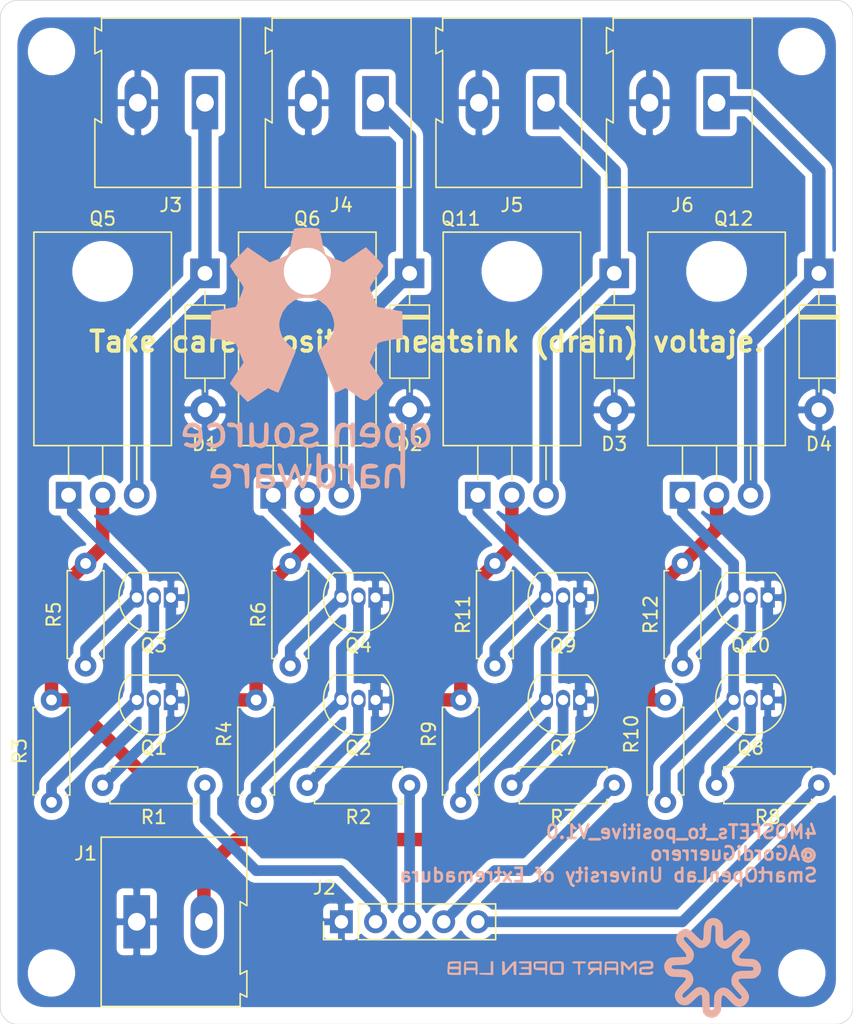
<source format=kicad_pcb>
(kicad_pcb (version 20171130) (host pcbnew 5.1.12-84ad8e8a86~92~ubuntu20.04.1)
  (title_block (title 4MOSFETs_to_positive) (date 2021-12-06) (rev V1.0) (company "SmartOpenLab / University of Extremadura") (comment 1 "Author: @AGordiGuerrero"))
  (layers (0 F.Cu signal) (31 B.Cu signal hide) (34 B.Paste user) (35 F.Paste user) (36 B.SilkS user) (37 F.SilkS user) (38 B.Mask user) (39 F.Mask user) (44 Edge.Cuts user))
  (net 0 "")
  (net 1 GND)
  (net 2 "Net-(D1-Pad1)")
  (net 3 "Net-(D2-Pad1)")
  (net 4 "Net-(D3-Pad1)")
  (net 5 "Net-(D4-Pad1)")
  (net 6 +12V)
  (net 7 IN1)
  (net 8 IN2)
  (net 9 IN3)
  (net 10 IN4)
  (net 11 "Net-(Q1-Pad2)")
  (net 12 "Net-(Q1-Pad3)")
  (net 13 "Net-(Q2-Pad2)")
  (net 14 "Net-(Q2-Pad3)")
  (net 15 "Net-(Q3-Pad3)")
  (net 16 "Net-(Q4-Pad3)")
  (net 17 "Net-(Q7-Pad3)")
  (net 18 "Net-(Q7-Pad2)")
  (net 19 "Net-(Q8-Pad2)")
  (net 20 "Net-(Q10-Pad2)")
  (net 21 "Net-(Q11-Pad1)")
  (net 22 "Net-(Q10-Pad3)")
  (module AGG:openHWlogo_1 (layer B.Cu) (at 105.41 71.12 180)
    (fp_text reference G*** hide)
    (fp_text value LOGO hide)
  )
  (module AGG:logo_SOL_rectangular_150x50 (layer B.Cu) (at 127.52 116.44 180)
    (fp_text reference G*** hide)
    (fp_text value LOGO hide)
  )
  (module TerminalBlock:TerminalBlock_Altech_AK300-2_P5.00mm (layer F.Cu) (at 135.89 52.07 180)
    (fp_text reference J6 (at 2.54 -7.62) (layer F.SilkS))
    (fp_text value Conn_01x02)
    (pad 2 thru_hole oval (at 5 0 180) (size 1.98 3.96) (drill 1.32) (layers *.Cu *.Mask) (net 1 GND))
    (pad 1 thru_hole rect (at 0 0 180) (size 1.98 3.96) (drill 1.32) (layers *.Cu *.Mask) (net 5 "Net-(D4-Pad1)"))
  )
  (module MountingHole:MountingHole_2.5mm (layer F.Cu) (at 142.24 48.26)
    (fp_text reference H3 hide)
    (fp_text value MountingHole)
    (pad 1 np_thru_hole circle (at 0 0) (size 2.5 2.5) (drill 2.5) (layers *.Cu *.Mask))
  )
  (module MountingHole:MountingHole_2.5mm (layer F.Cu) (at 86.36 48.26)
    (fp_text reference H4 hide)
    (fp_text value MountingHole)
    (pad 1 np_thru_hole circle (at 0 0) (size 2.5 2.5) (drill 2.5) (layers *.Cu *.Mask))
  )
  (module MountingHole:MountingHole_2.5mm (layer F.Cu) (at 142.24 116.84)
    (fp_text reference H2 hide)
    (fp_text value MountingHole)
    (pad 1 np_thru_hole circle (at 0 0) (size 2.5 2.5) (drill 2.5) (layers *.Cu *.Mask))
  )
  (module MountingHole:MountingHole_2.5mm (layer F.Cu) (at 86.36 116.84)
    (fp_text reference H1 hide)
    (fp_text value MountingHole)
    (pad 1 np_thru_hole circle (at 0 0) (size 2.5 2.5) (drill 2.5) (layers *.Cu *.Mask))
  )
  (module Package_TO_SOT_THT:TO-220-3_Horizontal_TabDown (layer F.Cu) (at 87.63 81.28)
    (fp_text reference Q5 (at 2.54 -20.58) (layer F.SilkS))
    (fp_text value BUZ11)
    (pad 3 thru_hole oval (at 5.08 0) (size 1.905 2) (drill 1.1) (layers *.Cu *.Mask) (net 2 "Net-(D1-Pad1)"))
    (pad 2 thru_hole oval (at 2.54 0) (size 1.905 2) (drill 1.1) (layers *.Cu *.Mask) (net 6 +12V))
    (pad 1 thru_hole rect (at 0 0) (size 1.905 2) (drill 1.1) (layers *.Cu *.Mask) (net 15 "Net-(Q3-Pad3)"))
    (pad "" np_thru_hole oval (at 2.54 -16.66) (size 3.5 3.5) (drill 3.5) (layers *.Cu *.Mask))
  )
  (module Diode_THT:D_DO-41_SOD81_P10.16mm_Horizontal (layer F.Cu) (at 97.79 64.77 270)
    (fp_text reference D1 (at 12.7 0 180) (layer F.SilkS))
    (fp_text value 1N4007)
    (pad 2 thru_hole oval (at 10.16 0 270) (size 2.2 2.2) (drill 1.1) (layers *.Cu *.Mask) (net 1 GND))
    (pad 1 thru_hole rect (at 0 0 270) (size 2.2 2.2) (drill 1.1) (layers *.Cu *.Mask) (net 2 "Net-(D1-Pad1)"))
  )
  (module Diode_THT:D_DO-41_SOD81_P10.16mm_Horizontal (layer F.Cu) (at 113.03 64.77 270)
    (fp_text reference D2 (at 12.7 0 180) (layer F.SilkS))
    (fp_text value 1N4007)
    (pad 2 thru_hole oval (at 10.16 0 270) (size 2.2 2.2) (drill 1.1) (layers *.Cu *.Mask) (net 1 GND))
    (pad 1 thru_hole rect (at 0 0 270) (size 2.2 2.2) (drill 1.1) (layers *.Cu *.Mask) (net 3 "Net-(D2-Pad1)"))
  )
  (module Diode_THT:D_DO-41_SOD81_P10.16mm_Horizontal (layer F.Cu) (at 128.27 64.77 270)
    (fp_text reference D3 (at 12.7 0 180) (layer F.SilkS))
    (fp_text value 1N4007)
    (pad 1 thru_hole rect (at 0 0 270) (size 2.2 2.2) (drill 1.1) (layers *.Cu *.Mask) (net 4 "Net-(D3-Pad1)"))
    (pad 2 thru_hole oval (at 10.16 0 270) (size 2.2 2.2) (drill 1.1) (layers *.Cu *.Mask) (net 1 GND))
  )
  (module Diode_THT:D_DO-41_SOD81_P10.16mm_Horizontal (layer F.Cu) (at 143.51 64.77 270)
    (fp_text reference D4 (at 12.7 0) (layer F.SilkS))
    (fp_text value 1N4007)
    (pad 1 thru_hole rect (at 0 0 270) (size 2.2 2.2) (drill 1.1) (layers *.Cu *.Mask) (net 5 "Net-(D4-Pad1)"))
    (pad 2 thru_hole oval (at 10.16 0 270) (size 2.2 2.2) (drill 1.1) (layers *.Cu *.Mask) (net 1 GND))
  )
  (module TerminalBlock:TerminalBlock_Altech_AK300-2_P5.00mm (layer F.Cu) (at 92.71 113.03)
    (fp_text reference J1 (at -3.81 -5.08) (layer F.SilkS))
    (fp_text value Conn_01x02)
    (pad 1 thru_hole rect (at 0 0) (size 1.98 3.96) (drill 1.32) (layers *.Cu *.Mask) (net 1 GND))
    (pad 2 thru_hole oval (at 5 0) (size 1.98 3.96) (drill 1.32) (layers *.Cu *.Mask) (net 6 +12V))
  )
  (module Connector_PinHeader_2.54mm:PinHeader_1x05_P2.54mm_Vertical (layer F.Cu) (at 107.95 113.03 90)
    (fp_text reference J2 (at 2.54 -1.27 180) (layer F.SilkS))
    (fp_text value Conn_01x05)
    (pad 1 thru_hole rect (at 0 0 90) (size 1.7 1.7) (drill 1) (layers *.Cu *.Mask) (net 1 GND))
    (pad 2 thru_hole oval (at 0 2.54 90) (size 1.7 1.7) (drill 1) (layers *.Cu *.Mask) (net 7 IN1))
    (pad 3 thru_hole oval (at 0 5.08 90) (size 1.7 1.7) (drill 1) (layers *.Cu *.Mask) (net 8 IN2))
    (pad 4 thru_hole oval (at 0 7.62 90) (size 1.7 1.7) (drill 1) (layers *.Cu *.Mask) (net 9 IN3))
    (pad 5 thru_hole oval (at 0 10.16 90) (size 1.7 1.7) (drill 1) (layers *.Cu *.Mask) (net 10 IN4))
  )
  (module TerminalBlock:TerminalBlock_Altech_AK300-2_P5.00mm (layer F.Cu) (at 97.79 52.07 180)
    (fp_text reference J3 (at 2.54 -7.62) (layer F.SilkS))
    (fp_text value Conn_01x02)
    (pad 2 thru_hole oval (at 5 0 180) (size 1.98 3.96) (drill 1.32) (layers *.Cu *.Mask) (net 1 GND))
    (pad 1 thru_hole rect (at 0 0 180) (size 1.98 3.96) (drill 1.32) (layers *.Cu *.Mask) (net 2 "Net-(D1-Pad1)"))
  )
  (module TerminalBlock:TerminalBlock_Altech_AK300-2_P5.00mm (layer F.Cu) (at 110.49 52.07 180)
    (fp_text reference J4 (at 2.54 -7.62) (layer F.SilkS))
    (fp_text value Conn_01x02)
    (pad 1 thru_hole rect (at 0 0 180) (size 1.98 3.96) (drill 1.32) (layers *.Cu *.Mask) (net 3 "Net-(D2-Pad1)"))
    (pad 2 thru_hole oval (at 5 0 180) (size 1.98 3.96) (drill 1.32) (layers *.Cu *.Mask) (net 1 GND))
  )
  (module TerminalBlock:TerminalBlock_Altech_AK300-2_P5.00mm (layer F.Cu) (at 123.19 52.07 180)
    (fp_text reference J5 (at 2.54 -7.62) (layer F.SilkS))
    (fp_text value Conn_01x02)
    (pad 1 thru_hole rect (at 0 0 180) (size 1.98 3.96) (drill 1.32) (layers *.Cu *.Mask) (net 4 "Net-(D3-Pad1)"))
    (pad 2 thru_hole oval (at 5 0 180) (size 1.98 3.96) (drill 1.32) (layers *.Cu *.Mask) (net 1 GND))
  )
  (module Package_TO_SOT_THT:TO-92_Inline (layer F.Cu) (at 95.25 96.52 180)
    (fp_text reference Q1 (at 1.27 -3.56) (layer F.SilkS))
    (fp_text value 2N3904)
    (pad 2 thru_hole oval (at 1.27 0 180) (size 1.05 1.5) (drill 0.75) (layers *.Cu *.Mask) (net 11 "Net-(Q1-Pad2)"))
    (pad 3 thru_hole oval (at 2.54 0 180) (size 1.05 1.5) (drill 0.75) (layers *.Cu *.Mask) (net 12 "Net-(Q1-Pad3)"))
    (pad 1 thru_hole rect (at 0 0 180) (size 1.05 1.5) (drill 0.75) (layers *.Cu *.Mask) (net 1 GND))
  )
  (module Package_TO_SOT_THT:TO-92_Inline (layer F.Cu) (at 110.49 96.52 180)
    (fp_text reference Q2 (at 1.27 -3.56) (layer F.SilkS))
    (fp_text value 2N3904)
    (pad 2 thru_hole oval (at 1.27 0 180) (size 1.05 1.5) (drill 0.75) (layers *.Cu *.Mask) (net 13 "Net-(Q2-Pad2)"))
    (pad 3 thru_hole oval (at 2.54 0 180) (size 1.05 1.5) (drill 0.75) (layers *.Cu *.Mask) (net 14 "Net-(Q2-Pad3)"))
    (pad 1 thru_hole rect (at 0 0 180) (size 1.05 1.5) (drill 0.75) (layers *.Cu *.Mask) (net 1 GND))
  )
  (module Package_TO_SOT_THT:TO-92_Inline (layer F.Cu) (at 95.25 88.9 180)
    (fp_text reference Q3 (at 1.27 -3.56) (layer F.SilkS))
    (fp_text value 2N3904)
    (pad 1 thru_hole rect (at 0 0 180) (size 1.05 1.5) (drill 0.75) (layers *.Cu *.Mask) (net 1 GND))
    (pad 3 thru_hole oval (at 2.54 0 180) (size 1.05 1.5) (drill 0.75) (layers *.Cu *.Mask) (net 15 "Net-(Q3-Pad3)"))
    (pad 2 thru_hole oval (at 1.27 0 180) (size 1.05 1.5) (drill 0.75) (layers *.Cu *.Mask) (net 12 "Net-(Q1-Pad3)"))
  )
  (module Package_TO_SOT_THT:TO-92_Inline (layer F.Cu) (at 110.49 88.9 180)
    (fp_text reference Q4 (at 1.27 -3.56) (layer F.SilkS))
    (fp_text value 2N3904)
    (pad 1 thru_hole rect (at 0 0 180) (size 1.05 1.5) (drill 0.75) (layers *.Cu *.Mask) (net 1 GND))
    (pad 3 thru_hole oval (at 2.54 0 180) (size 1.05 1.5) (drill 0.75) (layers *.Cu *.Mask) (net 16 "Net-(Q4-Pad3)"))
    (pad 2 thru_hole oval (at 1.27 0 180) (size 1.05 1.5) (drill 0.75) (layers *.Cu *.Mask) (net 14 "Net-(Q2-Pad3)"))
  )
  (module Package_TO_SOT_THT:TO-220-3_Horizontal_TabDown (layer F.Cu) (at 102.87 81.28)
    (fp_text reference Q6 (at 2.54 -20.58) (layer F.SilkS))
    (fp_text value BUZ11)
    (pad "" np_thru_hole oval (at 2.54 -16.66) (size 3.5 3.5) (drill 3.5) (layers *.Cu *.Mask))
    (pad 1 thru_hole rect (at 0 0) (size 1.905 2) (drill 1.1) (layers *.Cu *.Mask) (net 16 "Net-(Q4-Pad3)"))
    (pad 2 thru_hole oval (at 2.54 0) (size 1.905 2) (drill 1.1) (layers *.Cu *.Mask) (net 6 +12V))
    (pad 3 thru_hole oval (at 5.08 0) (size 1.905 2) (drill 1.1) (layers *.Cu *.Mask) (net 3 "Net-(D2-Pad1)"))
  )
  (module Package_TO_SOT_THT:TO-92_Inline (layer F.Cu) (at 125.73 96.52 180)
    (fp_text reference Q7 (at 1.27 -3.56) (layer F.SilkS))
    (fp_text value 2N3904)
    (pad 1 thru_hole rect (at 0 0 180) (size 1.05 1.5) (drill 0.75) (layers *.Cu *.Mask) (net 1 GND))
    (pad 3 thru_hole oval (at 2.54 0 180) (size 1.05 1.5) (drill 0.75) (layers *.Cu *.Mask) (net 17 "Net-(Q7-Pad3)"))
    (pad 2 thru_hole oval (at 1.27 0 180) (size 1.05 1.5) (drill 0.75) (layers *.Cu *.Mask) (net 18 "Net-(Q7-Pad2)"))
  )
  (module Package_TO_SOT_THT:TO-92_Inline (layer F.Cu) (at 139.7 96.52 180)
    (fp_text reference Q8 (at 1.27 -3.56) (layer F.SilkS))
    (fp_text value 2N3904)
    (pad 2 thru_hole oval (at 1.27 0 180) (size 1.05 1.5) (drill 0.75) (layers *.Cu *.Mask) (net 19 "Net-(Q8-Pad2)"))
    (pad 3 thru_hole oval (at 2.54 0 180) (size 1.05 1.5) (drill 0.75) (layers *.Cu *.Mask) (net 20 "Net-(Q10-Pad2)"))
    (pad 1 thru_hole rect (at 0 0 180) (size 1.05 1.5) (drill 0.75) (layers *.Cu *.Mask) (net 1 GND))
  )
  (module Package_TO_SOT_THT:TO-92_Inline (layer F.Cu) (at 125.73 88.9 180)
    (fp_text reference Q9 (at 1.27 -3.56) (layer F.SilkS))
    (fp_text value 2N3904)
    (pad 1 thru_hole rect (at 0 0 180) (size 1.05 1.5) (drill 0.75) (layers *.Cu *.Mask) (net 1 GND))
    (pad 3 thru_hole oval (at 2.54 0 180) (size 1.05 1.5) (drill 0.75) (layers *.Cu *.Mask) (net 21 "Net-(Q11-Pad1)"))
    (pad 2 thru_hole oval (at 1.27 0 180) (size 1.05 1.5) (drill 0.75) (layers *.Cu *.Mask) (net 17 "Net-(Q7-Pad3)"))
  )
  (module Package_TO_SOT_THT:TO-92_Inline (layer F.Cu) (at 139.7 88.9 180)
    (fp_text reference Q10 (at 1.27 -3.56) (layer F.SilkS))
    (fp_text value 2N3904)
    (pad 2 thru_hole oval (at 1.27 0 180) (size 1.05 1.5) (drill 0.75) (layers *.Cu *.Mask) (net 20 "Net-(Q10-Pad2)"))
    (pad 3 thru_hole oval (at 2.54 0 180) (size 1.05 1.5) (drill 0.75) (layers *.Cu *.Mask) (net 22 "Net-(Q10-Pad3)"))
    (pad 1 thru_hole rect (at 0 0 180) (size 1.05 1.5) (drill 0.75) (layers *.Cu *.Mask) (net 1 GND))
  )
  (module Package_TO_SOT_THT:TO-220-3_Horizontal_TabDown (layer F.Cu) (at 118.11 81.28)
    (fp_text reference Q11 (at -1.27 -20.58) (layer F.SilkS))
    (fp_text value BUZ11)
    (pad "" np_thru_hole oval (at 2.54 -16.66) (size 3.5 3.5) (drill 3.5) (layers *.Cu *.Mask))
    (pad 1 thru_hole rect (at 0 0) (size 1.905 2) (drill 1.1) (layers *.Cu *.Mask) (net 21 "Net-(Q11-Pad1)"))
    (pad 2 thru_hole oval (at 2.54 0) (size 1.905 2) (drill 1.1) (layers *.Cu *.Mask) (net 6 +12V))
    (pad 3 thru_hole oval (at 5.08 0) (size 1.905 2) (drill 1.1) (layers *.Cu *.Mask) (net 4 "Net-(D3-Pad1)"))
  )
  (module Package_TO_SOT_THT:TO-220-3_Horizontal_TabDown (layer F.Cu) (at 133.35 81.28)
    (fp_text reference Q12 (at 3.81 -20.58) (layer F.SilkS))
    (fp_text value BUZ11)
    (pad 3 thru_hole oval (at 5.08 0) (size 1.905 2) (drill 1.1) (layers *.Cu *.Mask) (net 5 "Net-(D4-Pad1)"))
    (pad 2 thru_hole oval (at 2.54 0) (size 1.905 2) (drill 1.1) (layers *.Cu *.Mask) (net 6 +12V))
    (pad 1 thru_hole rect (at 0 0) (size 1.905 2) (drill 1.1) (layers *.Cu *.Mask) (net 22 "Net-(Q10-Pad3)"))
    (pad "" np_thru_hole oval (at 2.54 -16.66) (size 3.5 3.5) (drill 3.5) (layers *.Cu *.Mask))
  )
  (module Resistor_THT:R_Axial_DIN0207_L6.3mm_D2.5mm_P7.62mm_Horizontal (layer F.Cu) (at 97.79 102.87 180)
    (fp_text reference R1 (at 3.81 -2.37) (layer F.SilkS))
    (fp_text value 10k)
    (pad 1 thru_hole circle (at 0 0 180) (size 1.6 1.6) (drill 0.8) (layers *.Cu *.Mask) (net 7 IN1))
    (pad 2 thru_hole oval (at 7.62 0 180) (size 1.6 1.6) (drill 0.8) (layers *.Cu *.Mask) (net 11 "Net-(Q1-Pad2)"))
  )
  (module Resistor_THT:R_Axial_DIN0207_L6.3mm_D2.5mm_P7.62mm_Horizontal (layer F.Cu) (at 113.03 102.87 180)
    (fp_text reference R2 (at 3.81 -2.37) (layer F.SilkS))
    (fp_text value 10k)
    (pad 2 thru_hole oval (at 7.62 0 180) (size 1.6 1.6) (drill 0.8) (layers *.Cu *.Mask) (net 13 "Net-(Q2-Pad2)"))
    (pad 1 thru_hole circle (at 0 0 180) (size 1.6 1.6) (drill 0.8) (layers *.Cu *.Mask) (net 8 IN2))
  )
  (module Resistor_THT:R_Axial_DIN0207_L6.3mm_D2.5mm_P7.62mm_Horizontal (layer F.Cu) (at 86.36 104.14 90)
    (fp_text reference R3 (at 3.81 -2.37 90) (layer F.SilkS))
    (fp_text value 1k)
    (pad 2 thru_hole oval (at 7.62 0 90) (size 1.6 1.6) (drill 0.8) (layers *.Cu *.Mask) (net 6 +12V))
    (pad 1 thru_hole circle (at 0 0 90) (size 1.6 1.6) (drill 0.8) (layers *.Cu *.Mask) (net 12 "Net-(Q1-Pad3)"))
  )
  (module Resistor_THT:R_Axial_DIN0207_L6.3mm_D2.5mm_P7.62mm_Horizontal (layer F.Cu) (at 101.6 104.14 90)
    (fp_text reference R4 (at 5.08 -2.37 90) (layer F.SilkS))
    (fp_text value 1k)
    (pad 1 thru_hole circle (at 0 0 90) (size 1.6 1.6) (drill 0.8) (layers *.Cu *.Mask) (net 14 "Net-(Q2-Pad3)"))
    (pad 2 thru_hole oval (at 7.62 0 90) (size 1.6 1.6) (drill 0.8) (layers *.Cu *.Mask) (net 6 +12V))
  )
  (module Resistor_THT:R_Axial_DIN0207_L6.3mm_D2.5mm_P7.62mm_Horizontal (layer F.Cu) (at 88.9 93.98 90)
    (fp_text reference R5 (at 3.81 -2.37 90) (layer F.SilkS))
    (fp_text value 1k)
    (pad 1 thru_hole circle (at 0 0 90) (size 1.6 1.6) (drill 0.8) (layers *.Cu *.Mask) (net 15 "Net-(Q3-Pad3)"))
    (pad 2 thru_hole oval (at 7.62 0 90) (size 1.6 1.6) (drill 0.8) (layers *.Cu *.Mask) (net 6 +12V))
  )
  (module Resistor_THT:R_Axial_DIN0207_L6.3mm_D2.5mm_P7.62mm_Horizontal (layer F.Cu) (at 104.14 93.98 90)
    (fp_text reference R6 (at 3.81 -2.37 90) (layer F.SilkS))
    (fp_text value 1k)
    (pad 2 thru_hole oval (at 7.62 0 90) (size 1.6 1.6) (drill 0.8) (layers *.Cu *.Mask) (net 6 +12V))
    (pad 1 thru_hole circle (at 0 0 90) (size 1.6 1.6) (drill 0.8) (layers *.Cu *.Mask) (net 16 "Net-(Q4-Pad3)"))
  )
  (module Resistor_THT:R_Axial_DIN0207_L6.3mm_D2.5mm_P7.62mm_Horizontal (layer F.Cu) (at 128.27 102.87 180)
    (fp_text reference R7 (at 3.81 -2.37) (layer F.SilkS))
    (fp_text value 10k)
    (pad 1 thru_hole circle (at 0 0 180) (size 1.6 1.6) (drill 0.8) (layers *.Cu *.Mask) (net 9 IN3))
    (pad 2 thru_hole oval (at 7.62 0 180) (size 1.6 1.6) (drill 0.8) (layers *.Cu *.Mask) (net 18 "Net-(Q7-Pad2)"))
  )
  (module Resistor_THT:R_Axial_DIN0207_L6.3mm_D2.5mm_P7.62mm_Horizontal (layer F.Cu) (at 143.51 102.87 180)
    (fp_text reference R8 (at 3.81 -2.37) (layer F.SilkS))
    (fp_text value 10k)
    (pad 2 thru_hole oval (at 7.62 0 180) (size 1.6 1.6) (drill 0.8) (layers *.Cu *.Mask) (net 19 "Net-(Q8-Pad2)"))
    (pad 1 thru_hole circle (at 0 0 180) (size 1.6 1.6) (drill 0.8) (layers *.Cu *.Mask) (net 10 IN4))
  )
  (module Resistor_THT:R_Axial_DIN0207_L6.3mm_D2.5mm_P7.62mm_Horizontal (layer F.Cu) (at 116.84 104.14 90)
    (fp_text reference R9 (at 5.08 -2.37 90) (layer F.SilkS))
    (fp_text value 1k)
    (pad 1 thru_hole circle (at 0 0 90) (size 1.6 1.6) (drill 0.8) (layers *.Cu *.Mask) (net 17 "Net-(Q7-Pad3)"))
    (pad 2 thru_hole oval (at 7.62 0 90) (size 1.6 1.6) (drill 0.8) (layers *.Cu *.Mask) (net 6 +12V))
  )
  (module Resistor_THT:R_Axial_DIN0207_L6.3mm_D2.5mm_P7.62mm_Horizontal (layer F.Cu) (at 132.08 104.14 90)
    (fp_text reference R10 (at 5.08 -2.54 90) (layer F.SilkS))
    (fp_text value 1k)
    (pad 1 thru_hole circle (at 0 0 90) (size 1.6 1.6) (drill 0.8) (layers *.Cu *.Mask) (net 20 "Net-(Q10-Pad2)"))
    (pad 2 thru_hole oval (at 7.62 0 90) (size 1.6 1.6) (drill 0.8) (layers *.Cu *.Mask) (net 6 +12V))
  )
  (module Resistor_THT:R_Axial_DIN0207_L6.3mm_D2.5mm_P7.62mm_Horizontal (layer F.Cu) (at 119.38 93.98 90)
    (fp_text reference R11 (at 3.81 -2.37 90) (layer F.SilkS))
    (fp_text value 1k)
    (pad 2 thru_hole oval (at 7.62 0 90) (size 1.6 1.6) (drill 0.8) (layers *.Cu *.Mask) (net 6 +12V))
    (pad 1 thru_hole circle (at 0 0 90) (size 1.6 1.6) (drill 0.8) (layers *.Cu *.Mask) (net 21 "Net-(Q11-Pad1)"))
  )
  (module Resistor_THT:R_Axial_DIN0207_L6.3mm_D2.5mm_P7.62mm_Horizontal (layer F.Cu) (at 133.35 93.98 90)
    (fp_text reference R12 (at 3.81 -2.37 90) (layer F.SilkS))
    (fp_text value 1k)
    (pad 2 thru_hole oval (at 7.62 0 90) (size 1.6 1.6) (drill 0.8) (layers *.Cu *.Mask) (net 6 +12V))
    (pad 1 thru_hole circle (at 0 0 90) (size 1.6 1.6) (drill 0.8) (layers *.Cu *.Mask) (net 22 "Net-(Q10-Pad3)"))
  )
  (gr_text "Take care: positive heatsink (drain) voltaje." (at 114.3 69.85) (layer F.SilkS) (effects (font (size 1.5 1.5) (thickness 0.3))))
  (gr_text "4MOSFETs_to_positive_V1.0\n@AGordiGuerrero\nSmartOpenLab University of Extremadura" (at 143.51 107.95) (layer B.SilkS) (effects (font (size 1 1) (thickness 0.2)) (justify left mirror)))
  (gr_line (start 146.05 119.38) (end 146.05 116.84) (layer Edge.Cuts) (width 0.05))
  (gr_line (start 144.78 120.65) (end 142.24 120.65) (layer Edge.Cuts) (width 0.05))
  (gr_arc (start 144.78 119.38) (end 144.78 120.65) (angle -90) (layer Edge.Cuts) (width 0.05))
  (gr_line (start 140.97 120.65) (end 83.82 120.65) (layer Edge.Cuts) (width 0.05))
  (gr_line (start 142.24 120.65) (end 140.97 120.65) (layer Edge.Cuts) (width 0.05))
  (gr_line (start 146.05 45.72) (end 146.05 116.84) (layer Edge.Cuts) (width 0.05))
  (gr_arc (start 83.82 119.38) (end 82.55 119.38) (angle -90) (layer Edge.Cuts) (width 0.05))
  (gr_arc (start 144.78 45.72) (end 146.05 45.72) (angle -90) (layer Edge.Cuts) (width 0.05))
  (gr_arc (start 83.82 45.72) (end 83.82 44.45) (angle -90) (layer Edge.Cuts) (width 0.05))
  (gr_line (start 82.55 45.72) (end 82.55 119.38) (layer Edge.Cuts) (width 0.05))
  (gr_line (start 144.78 44.45) (end 83.82 44.45) (layer Edge.Cuts) (width 0.05))
  (segment (start 139.7 96.52) (end 139.7 88.9) (width 0.8) (layer B.Cu) (net 1))
  (segment (start 125.73 88.9) (end 125.73 96.52) (width 0.8) (layer B.Cu) (net 1))
  (segment (start 110.49 96.52) (end 110.49 88.9) (width 0.8) (layer B.Cu) (net 1))
  (segment (start 95.25 96.52) (end 95.25 88.9) (width 0.8) (layer B.Cu) (net 1))
  (segment (start 92.71 69.85) (end 97.79 64.77) (width 1) (layer B.Cu) (net 2))
  (segment (start 92.71 81.28) (end 92.71 69.85) (width 1) (layer B.Cu) (net 2))
  (segment (start 97.79 64.77) (end 97.79 52.07) (width 1) (layer B.Cu) (net 2))
  (segment (start 107.95 69.85) (end 113.03 64.77) (width 1) (layer B.Cu) (net 3))
  (segment (start 107.95 81.28) (end 107.95 69.85) (width 1) (layer B.Cu) (net 3))
  (segment (start 113.03 54.61) (end 110.49 52.07) (width 1) (layer B.Cu) (net 3))
  (segment (start 113.03 64.77) (end 113.03 54.61) (width 1) (layer B.Cu) (net 3))
  (segment (start 123.19 69.85) (end 128.27 64.77) (width 1) (layer B.Cu) (net 4))
  (segment (start 123.19 81.28) (end 123.19 69.85) (width 1) (layer B.Cu) (net 4))
  (segment (start 128.27 57.15) (end 123.19 52.07) (width 1) (layer B.Cu) (net 4))
  (segment (start 128.27 64.77) (end 128.27 57.15) (width 1) (layer B.Cu) (net 4))
  (segment (start 138.43 69.85) (end 143.51 64.77) (width 1) (layer B.Cu) (net 5))
  (segment (start 138.43 81.28) (end 138.43 69.85) (width 1) (layer B.Cu) (net 5))
  (segment (start 143.51 64.77) (end 143.51 57.15) (width 1) (layer B.Cu) (net 5))
  (segment (start 138.43 52.07) (end 135.89 52.07) (width 1) (layer B.Cu) (net 5))
  (segment (start 143.51 57.15) (end 138.43 52.07) (width 1) (layer B.Cu) (net 5))
  (segment (start 88.9 86.36) (end 86.36 88.9) (width 1) (layer F.Cu) (net 6))
  (segment (start 86.36 88.9) (end 86.36 96.52) (width 1) (layer F.Cu) (net 6))
  (segment (start 104.14 86.36) (end 101.6 88.9) (width 1) (layer F.Cu) (net 6))
  (segment (start 101.6 88.9) (end 101.6 96.52) (width 1) (layer F.Cu) (net 6))
  (segment (start 119.38 86.36) (end 116.84 88.9) (width 1) (layer F.Cu) (net 6))
  (segment (start 116.84 88.9) (end 116.84 96.52) (width 1) (layer F.Cu) (net 6))
  (segment (start 90.17 85.09) (end 90.17 81.28) (width 1) (layer F.Cu) (net 6))
  (segment (start 88.9 86.36) (end 90.17 85.09) (width 1) (layer F.Cu) (net 6))
  (segment (start 105.41 85.09) (end 105.41 81.28) (width 1) (layer F.Cu) (net 6))
  (segment (start 104.14 86.36) (end 105.41 85.09) (width 1) (layer F.Cu) (net 6))
  (segment (start 120.65 85.09) (end 120.65 81.28) (width 1) (layer F.Cu) (net 6))
  (segment (start 119.38 86.36) (end 120.65 85.09) (width 1) (layer F.Cu) (net 6))
  (segment (start 135.89 83.82) (end 135.89 81.28) (width 1) (layer F.Cu) (net 6))
  (segment (start 133.35 86.36) (end 135.89 83.82) (width 1) (layer F.Cu) (net 6))
  (segment (start 87.63 96.52) (end 86.36 96.52) (width 1) (layer F.Cu) (net 6))
  (segment (start 108.180001 106.910001) (end 108.180001 103.909999) (width 1) (layer F.Cu) (net 6))
  (segment (start 115.57 96.52) (end 116.84 96.52) (width 1) (layer F.Cu) (net 6))
  (segment (start 108.180001 103.909999) (end 115.57 96.52) (width 1) (layer F.Cu) (net 6))
  (segment (start 93.98 102.87) (end 100.33 96.52) (width 1) (layer F.Cu) (net 6))
  (segment (start 93.98 102.87) (end 87.63 96.52) (width 1) (layer F.Cu) (net 6))
  (segment (start 100.33 96.52) (end 101.6 96.52) (width 1) (layer F.Cu) (net 6))
  (segment (start 97.71 113.03) (end 97.71 109.14) (width 1) (layer F.Cu) (net 6))
  (segment (start 93.98 105.41) (end 93.98 102.87) (width 1) (layer F.Cu) (net 6))
  (segment (start 97.71 109.14) (end 93.98 105.41) (width 1) (layer F.Cu) (net 6))
  (segment (start 97.71 109.14) (end 97.87 109.14) (width 1) (layer F.Cu) (net 6))
  (segment (start 100.099999 106.910001) (end 108.180001 106.910001) (width 1) (layer F.Cu) (net 6))
  (segment (start 97.87 109.14) (end 100.099999 106.910001) (width 1) (layer F.Cu) (net 6))
  (segment (start 108.180001 106.910001) (end 120.419999 106.910001) (width 1) (layer F.Cu) (net 6))
  (segment (start 120.419999 106.910001) (end 130.81 96.52) (width 1) (layer F.Cu) (net 6))
  (segment (start 130.81 96.52) (end 132.08 96.52) (width 1) (layer F.Cu) (net 6))
  (segment (start 130.81 88.9) (end 133.35 86.36) (width 1) (layer F.Cu) (net 6))
  (segment (start 130.81 96.52) (end 130.81 88.9) (width 1) (layer F.Cu) (net 6))
  (segment (start 110.49 111.827919) (end 107.882081 109.22) (width 0.8) (layer B.Cu) (net 7))
  (segment (start 110.49 113.03) (end 110.49 111.827919) (width 0.8) (layer B.Cu) (net 7))
  (segment (start 107.882081 109.22) (end 101.6 109.22) (width 0.8) (layer B.Cu) (net 7))
  (segment (start 101.6 109.22) (end 97.79 105.41) (width 0.8) (layer B.Cu) (net 7))
  (segment (start 97.79 105.41) (end 97.79 102.87) (width 0.8) (layer B.Cu) (net 7))
  (segment (start 113.03 113.03) (end 113.03 102.87) (width 0.8) (layer B.Cu) (net 8))
  (segment (start 121.92 109.22) (end 128.27 102.87) (width 0.8) (layer B.Cu) (net 9))
  (segment (start 119.38 109.22) (end 121.92 109.22) (width 0.8) (layer B.Cu) (net 9))
  (segment (start 115.57 113.03) (end 119.38 109.22) (width 0.8) (layer B.Cu) (net 9))
  (segment (start 133.35 113.03) (end 143.51 102.87) (width 0.8) (layer B.Cu) (net 10))
  (segment (start 118.11 113.03) (end 133.35 113.03) (width 0.8) (layer B.Cu) (net 10))
  (segment (start 90.17 102.87) (end 93.98 99.06) (width 0.8) (layer B.Cu) (net 11))
  (segment (start 93.98 99.06) (end 93.98 96.52) (width 0.8) (layer B.Cu) (net 11))
  (segment (start 86.36 102.87) (end 92.71 96.52) (width 0.8) (layer B.Cu) (net 12))
  (segment (start 86.36 104.14) (end 86.36 102.87) (width 0.8) (layer B.Cu) (net 12))
  (segment (start 93.98 91.44) (end 93.98 88.9) (width 0.8) (layer B.Cu) (net 12))
  (segment (start 92.71 92.71) (end 93.98 91.44) (width 0.8) (layer B.Cu) (net 12))
  (segment (start 92.71 96.52) (end 92.71 92.71) (width 0.8) (layer B.Cu) (net 12))
  (segment (start 105.41 102.87) (end 109.22 99.06) (width 0.8) (layer B.Cu) (net 13))
  (segment (start 109.22 99.06) (end 109.22 96.52) (width 0.8) (layer B.Cu) (net 13))
  (segment (start 101.6 102.87) (end 107.95 96.52) (width 0.8) (layer B.Cu) (net 14))
  (segment (start 101.6 104.14) (end 101.6 102.87) (width 0.8) (layer B.Cu) (net 14))
  (segment (start 109.22 91.44) (end 109.22 88.9) (width 0.8) (layer B.Cu) (net 14))
  (segment (start 107.95 92.71) (end 109.22 91.44) (width 0.8) (layer B.Cu) (net 14))
  (segment (start 107.95 96.52) (end 107.95 92.71) (width 0.8) (layer B.Cu) (net 14))
  (segment (start 92.71 87.35) (end 87.91 82.55) (width 0.8) (layer B.Cu) (net 15))
  (segment (start 92.71 88.9) (end 92.71 87.35) (width 0.8) (layer B.Cu) (net 15))
  (segment (start 87.91 81.56) (end 87.63 81.28) (width 0.8) (layer B.Cu) (net 15))
  (segment (start 87.91 82.55) (end 87.91 81.56) (width 0.8) (layer B.Cu) (net 15))
  (segment (start 88.9 92.71) (end 92.71 88.9) (width 0.8) (layer B.Cu) (net 15))
  (segment (start 88.9 93.98) (end 88.9 92.71) (width 0.8) (layer B.Cu) (net 15))
  (segment (start 102.87 82.27) (end 102.87 81.28) (width 0.8) (layer B.Cu) (net 16))
  (segment (start 107.95 87.35) (end 102.87 82.27) (width 0.8) (layer B.Cu) (net 16))
  (segment (start 107.95 88.9) (end 107.95 87.35) (width 0.8) (layer B.Cu) (net 16))
  (segment (start 104.14 92.71) (end 107.95 88.9) (width 0.8) (layer B.Cu) (net 16))
  (segment (start 104.14 93.98) (end 104.14 92.71) (width 0.8) (layer B.Cu) (net 16))
  (segment (start 116.84 102.87) (end 123.19 96.52) (width 0.8) (layer B.Cu) (net 17))
  (segment (start 116.84 104.14) (end 116.84 102.87) (width 0.8) (layer B.Cu) (net 17))
  (segment (start 124.46 91.44) (end 124.46 88.9) (width 0.8) (layer B.Cu) (net 17))
  (segment (start 123.19 92.71) (end 124.46 91.44) (width 0.8) (layer B.Cu) (net 17))
  (segment (start 123.19 96.52) (end 123.19 92.71) (width 0.8) (layer B.Cu) (net 17))
  (segment (start 120.65 102.87) (end 124.46 99.06) (width 0.8) (layer B.Cu) (net 18))
  (segment (start 124.46 99.06) (end 124.46 96.52) (width 0.8) (layer B.Cu) (net 18))
  (segment (start 135.89 102.87) (end 135.89 101.6) (width 0.8) (layer B.Cu) (net 19))
  (segment (start 138.43 99.06) (end 138.43 96.52) (width 0.8) (layer B.Cu) (net 19))
  (segment (start 135.89 101.6) (end 138.43 99.06) (width 0.8) (layer B.Cu) (net 19))
  (segment (start 132.08 101.6) (end 137.16 96.52) (width 0.8) (layer B.Cu) (net 20))
  (segment (start 132.08 104.14) (end 132.08 101.6) (width 0.8) (layer B.Cu) (net 20))
  (segment (start 137.16 96.52) (end 137.16 92.71) (width 0.8) (layer B.Cu) (net 20))
  (segment (start 138.43 91.44) (end 138.43 88.9) (width 0.8) (layer B.Cu) (net 20))
  (segment (start 137.16 92.71) (end 138.43 91.44) (width 0.8) (layer B.Cu) (net 20))
  (segment (start 123.19 88.9) (end 123.19 87.63) (width 0.8) (layer B.Cu) (net 21))
  (segment (start 118.11 82.55) (end 118.11 81.28) (width 0.8) (layer B.Cu) (net 21))
  (segment (start 123.19 87.63) (end 118.11 82.55) (width 0.8) (layer B.Cu) (net 21))
  (segment (start 119.38 92.71) (end 123.19 88.9) (width 0.8) (layer B.Cu) (net 21))
  (segment (start 119.38 93.98) (end 119.38 92.71) (width 0.8) (layer B.Cu) (net 21))
  (segment (start 137.16 88.9) (end 137.16 86.36) (width 0.8) (layer B.Cu) (net 22))
  (segment (start 133.35 82.55) (end 133.35 81.28) (width 0.8) (layer B.Cu) (net 22))
  (segment (start 137.16 86.36) (end 133.35 82.55) (width 0.8) (layer B.Cu) (net 22))
  (segment (start 133.35 92.71) (end 137.16 88.9) (width 0.8) (layer B.Cu) (net 22))
  (segment (start 133.35 93.98) (end 133.35 92.71) (width 0.8) (layer B.Cu) (net 22))
  (zone (net 1) (net_name GND) (layer B.Cu) (connect_pads (clearance 0.508)) (min_thickness 0.254) (fill yes (arc_segments 32) (thermal_gap 0.508) (thermal_bridge_width 0.508) (smoothing fillet) (radius 2))
    (polygon (pts (xy 144.78 119.38) (xy 83.82 119.38) (xy 83.82 45.72) (xy 144.78 45.72)))
  )
)
</source>
